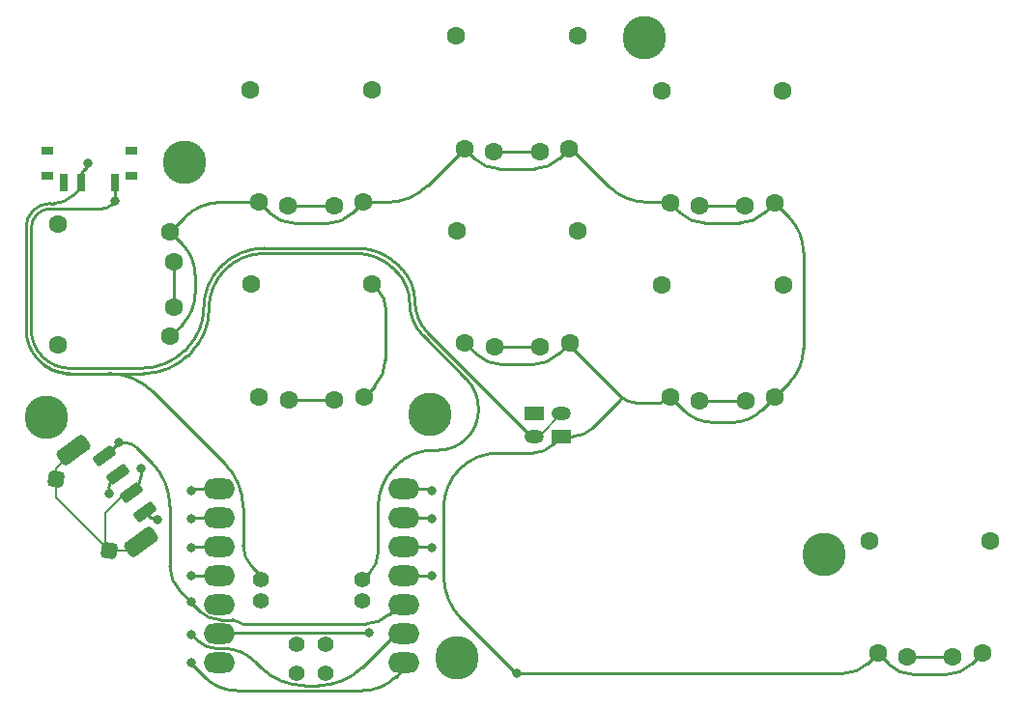
<source format=gbr>
%TF.GenerationSoftware,KiCad,Pcbnew,8.0.2*%
%TF.CreationDate,2024-07-15T13:11:32-05:00*%
%TF.ProjectId,bonsai,626f6e73-6169-42e6-9b69-6361645f7063,v1*%
%TF.SameCoordinates,Original*%
%TF.FileFunction,Copper,L1,Top*%
%TF.FilePolarity,Positive*%
%FSLAX46Y46*%
G04 Gerber Fmt 4.6, Leading zero omitted, Abs format (unit mm)*
G04 Created by KiCad (PCBNEW 8.0.2) date 2024-07-15 13:11:32*
%MOMM*%
%LPD*%
G01*
G04 APERTURE LIST*
G04 Aperture macros list*
%AMRoundRect*
0 Rectangle with rounded corners*
0 $1 Rounding radius*
0 $2 $3 $4 $5 $6 $7 $8 $9 X,Y pos of 4 corners*
0 Add a 4 corners polygon primitive as box body*
4,1,4,$2,$3,$4,$5,$6,$7,$8,$9,$2,$3,0*
0 Add four circle primitives for the rounded corners*
1,1,$1+$1,$2,$3*
1,1,$1+$1,$4,$5*
1,1,$1+$1,$6,$7*
1,1,$1+$1,$8,$9*
0 Add four rect primitives between the rounded corners*
20,1,$1+$1,$2,$3,$4,$5,0*
20,1,$1+$1,$4,$5,$6,$7,0*
20,1,$1+$1,$6,$7,$8,$9,0*
20,1,$1+$1,$8,$9,$2,$3,0*%
G04 Aperture macros list end*
%TA.AperFunction,ComponentPad*%
%ADD10C,1.600000*%
%TD*%
%TA.AperFunction,SMDPad,CuDef*%
%ADD11R,1.000000X0.800000*%
%TD*%
%TA.AperFunction,SMDPad,CuDef*%
%ADD12R,0.700000X1.500000*%
%TD*%
%TA.AperFunction,ComponentPad*%
%ADD13C,3.800000*%
%TD*%
%TA.AperFunction,SMDPad,CuDef*%
%ADD14RoundRect,0.250000X0.752025X0.243841X0.455316X0.646288X-0.752025X-0.243841X-0.455316X-0.646288X0*%
%TD*%
%TA.AperFunction,SMDPad,CuDef*%
%ADD15RoundRect,0.375000X1.128038X0.365761X0.682973X0.969431X-1.128038X-0.365761X-0.682973X-0.969431X0*%
%TD*%
%TA.AperFunction,SMDPad,CuDef*%
%ADD16RoundRect,0.350000X0.398402X0.293727X-0.293727X0.398402X-0.398402X-0.293727X0.293727X-0.398402X0*%
%TD*%
%TA.AperFunction,ComponentPad*%
%ADD17R,1.700000X1.200000*%
%TD*%
%TA.AperFunction,ComponentPad*%
%ADD18O,1.700000X1.200000*%
%TD*%
%TA.AperFunction,SMDPad,CuDef*%
%ADD19O,2.750000X1.800000*%
%TD*%
%TA.AperFunction,ComponentPad*%
%ADD20C,1.397000*%
%TD*%
%TA.AperFunction,ViaPad*%
%ADD21C,0.800000*%
%TD*%
%TA.AperFunction,Conductor*%
%ADD22C,0.200000*%
%TD*%
%TA.AperFunction,Conductor*%
%ADD23C,0.250000*%
%TD*%
G04 APERTURE END LIST*
D10*
%TO.P,REF\u002A\u002A,1*%
%TO.N,K3*%
X38566400Y-49789000D03*
X42566400Y-49789000D03*
%TO.P,REF\u002A\u002A,2*%
%TO.N,GND*%
X35986400Y-49489000D03*
X45146400Y-49489000D03*
%TO.P,REF\u002A\u002A,4*%
X45866400Y-39639000D03*
%TO.P,REF\u002A\u002A,5*%
X35266400Y-39639000D03*
%TD*%
%TO.P,REF\u002A\u002A,1*%
%TO.N,K4*%
X74566400Y-32789000D03*
X78566400Y-32789000D03*
%TO.P,REF\u002A\u002A,2*%
%TO.N,GND*%
X71986400Y-32489000D03*
X81146400Y-32489000D03*
%TO.P,REF\u002A\u002A,4*%
%TO.N,N/C*%
X81866400Y-22639000D03*
%TO.P,REF\u002A\u002A,5*%
X71266400Y-22639000D03*
%TD*%
D11*
%TO.P,REF\u002A\u002A,*%
%TO.N,*%
X24750000Y-30105000D03*
X24750000Y-27895000D03*
X17450000Y-30105000D03*
X17450000Y-27895000D03*
D12*
%TO.P,REF\u002A\u002A,1*%
%TO.N,Bat+*%
X23350000Y-30755000D03*
%TO.P,REF\u002A\u002A,2*%
%TO.N,RAW*%
X20349999Y-30755000D03*
%TO.P,REF\u002A\u002A,3*%
%TO.N,N/C*%
X18850000Y-30755000D03*
%TD*%
D10*
%TO.P,REF\u002A\u002A,1*%
%TO.N,K0*%
X92766400Y-72289000D03*
X96766400Y-72289000D03*
%TO.P,REF\u002A\u002A,2*%
%TO.N,GND*%
X90186400Y-71989000D03*
X99346400Y-71989000D03*
%TO.P,REF\u002A\u002A,4*%
%TO.N,N/C*%
X100066400Y-62139000D03*
%TO.P,REF\u002A\u002A,5*%
X89466400Y-62139000D03*
%TD*%
D13*
%TO.P,REF\u002A\u002A,1*%
%TO.N,N/C*%
X85500000Y-63350000D03*
%TD*%
D14*
%TO.P,REF\u002A\u002A,A*%
%TO.N,F1*%
X25925105Y-59547004D03*
%TO.P,REF\u002A\u002A,B*%
%TO.N,F3*%
X22364591Y-54717641D03*
%TO.P,REF\u002A\u002A,C*%
%TO.N,GND*%
X24738267Y-57937216D03*
D15*
%TO.P,REF\u002A\u002A,MP*%
X25663134Y-62224945D03*
D16*
X22796915Y-62971464D03*
X18168248Y-56693293D03*
D15*
X19728945Y-54176007D03*
D14*
%TO.P,REF\u002A\u002A,S*%
%TO.N,F2*%
X23551429Y-56327429D03*
%TD*%
D13*
%TO.P,REF\u002A\u002A,1*%
%TO.N,N/C*%
X53300000Y-72350000D03*
%TD*%
D10*
%TO.P,REF\u002A\u002A,1*%
%TO.N,K2*%
X56600000Y-45075000D03*
X60600000Y-45075000D03*
%TO.P,REF\u002A\u002A,2*%
%TO.N,GND*%
X54020000Y-44775000D03*
X63180000Y-44775000D03*
%TO.P,REF\u002A\u002A,4*%
%TO.N,N/C*%
X63900000Y-34925000D03*
%TO.P,REF\u002A\u002A,5*%
X53300000Y-34925000D03*
%TD*%
%TO.P,REF\u002A\u002A,1*%
%TO.N,K6*%
X38532800Y-32753000D03*
X42532800Y-32753000D03*
%TO.P,REF\u002A\u002A,2*%
%TO.N,GND*%
X35952800Y-32453000D03*
X45112800Y-32453000D03*
%TO.P,REF\u002A\u002A,4*%
%TO.N,N/C*%
X45832800Y-22603000D03*
%TO.P,REF\u002A\u002A,5*%
X35232800Y-22603000D03*
%TD*%
D13*
%TO.P,,1*%
%TO.N,N/C*%
X50950000Y-51050000D03*
%TD*%
D17*
%TO.P,REF\u002A\u002A,1*%
%TO.N,GND*%
X60066400Y-50989000D03*
D18*
%TO.P,REF\u002A\u002A,2*%
%TO.N,Bat+*%
X60066400Y-52989000D03*
%TD*%
D13*
%TO.P,REF\u002A\u002A,1*%
%TO.N,N/C*%
X29450000Y-28900000D03*
%TD*%
%TO.P,REF\u002A\u002A,1*%
%TO.N,N/C*%
X69700000Y-18050000D03*
%TD*%
%TO.P,REF\u002A\u002A,1*%
%TO.N,N/C*%
X17300000Y-51300000D03*
%TD*%
D10*
%TO.P,REF\u002A\u002A,1*%
%TO.N,K5*%
X56566400Y-28039000D03*
X60566400Y-28039000D03*
%TO.P,REF\u002A\u002A,2*%
%TO.N,GND*%
X53986400Y-27739000D03*
X63146400Y-27739000D03*
%TO.P,REF\u002A\u002A,4*%
%TO.N,N/C*%
X63866400Y-17889000D03*
%TO.P,REF\u002A\u002A,5*%
X53266400Y-17889000D03*
%TD*%
%TO.P,REF\u002A\u002A,1*%
%TO.N,K1*%
X74600000Y-49825000D03*
X78600000Y-49825000D03*
%TO.P,REF\u002A\u002A,2*%
%TO.N,GND*%
X72020000Y-49525000D03*
X81180000Y-49525000D03*
%TO.P,REF\u002A\u002A,4*%
%TO.N,N/C*%
X81900000Y-39675000D03*
%TO.P,REF\u002A\u002A,5*%
X71300000Y-39675000D03*
%TD*%
D19*
%TO.P,U?,1*%
%TO.N,F1*%
X48691400Y-72813000D03*
%TO.P,U?,2*%
%TO.N,F2*%
X48691400Y-70273000D03*
%TO.P,U?,3*%
%TO.N,F3*%
X48691400Y-67733000D03*
%TO.P,U?,4*%
%TO.N,K0*%
X48691400Y-65193000D03*
%TO.P,U?,5*%
%TO.N,K1*%
X48691400Y-62653000D03*
%TO.P,U?,6*%
%TO.N,K2*%
X48691400Y-60113000D03*
%TO.P,U?,7*%
%TO.N,K3*%
X48691400Y-57573000D03*
%TO.P,U?,8*%
%TO.N,K4*%
X32501480Y-57573000D03*
%TO.P,U?,9*%
%TO.N,K5*%
X32501480Y-60113000D03*
%TO.P,U?,10*%
%TO.N,K6*%
X32501480Y-62653000D03*
%TO.P,U?,11*%
%TO.N,K7*%
X32501480Y-65193000D03*
%TO.P,U?,12*%
%TO.N,N/C*%
X32501480Y-67733000D03*
%TO.P,U?,13*%
%TO.N,GND*%
X32501480Y-70273000D03*
%TO.P,U?,14*%
%TO.N,N/C*%
X32501480Y-72813000D03*
D20*
%TO.P,U?,19*%
%TO.N,RAW*%
X45041440Y-65510000D03*
X36151440Y-65510000D03*
%TO.P,U?,20*%
%TO.N,GND*%
X45041440Y-67415000D03*
X36151440Y-67415000D03*
%TD*%
D10*
%TO.P,REF\u002A\u002A,1*%
%TO.N,K7*%
X28466400Y-41639000D03*
X28466400Y-37639000D03*
%TO.P,REF\u002A\u002A,2*%
%TO.N,GND*%
X28166400Y-44219000D03*
X28166400Y-35059000D03*
%TO.P,REF\u002A\u002A,4*%
%TO.N,N/C*%
X18316400Y-34339000D03*
%TO.P,REF\u002A\u002A,5*%
X18316400Y-44939000D03*
%TD*%
D17*
%TO.P,REF\u002A\u002A,1*%
%TO.N,GND*%
X62450000Y-52975000D03*
D18*
%TO.P,REF\u002A\u002A,2*%
%TO.N,Bat+*%
X62450000Y-50975002D03*
%TD*%
D20*
%TO.P,U?,15*%
%TO.N,N/C*%
X39296400Y-73761000D03*
%TO.P,U?,16*%
X41836400Y-73761000D03*
%TO.P,U?,17*%
X39296400Y-71221000D03*
%TO.P,U?,18*%
X41836400Y-71221000D03*
%TD*%
D21*
%TO.N,K5*%
X30066400Y-60189000D03*
%TO.N,GND*%
X25600000Y-55800000D03*
X45566400Y-70189000D03*
X58551047Y-73698953D03*
%TO.N,K6*%
X30066400Y-62689000D03*
%TO.N,K7*%
X30066400Y-65189000D03*
%TO.N,K1*%
X51066400Y-62689000D03*
%TO.N,K0*%
X51066400Y-65189000D03*
%TO.N,K2*%
X51066400Y-60189000D03*
%TO.N,K3*%
X51066400Y-57689000D03*
%TO.N,K4*%
X30066400Y-57689000D03*
%TO.N,Bat+*%
X23350000Y-32350000D03*
%TO.N,RAW*%
X21000000Y-29000000D03*
%TO.N,F1*%
X30000000Y-72800000D03*
X27100000Y-60250000D03*
%TO.N,F2*%
X22800000Y-58000000D03*
X30000000Y-70300000D03*
%TO.N,F3*%
X30000000Y-67500000D03*
X23675000Y-53525000D03*
%TD*%
D22*
%TO.N,GND*%
X22521088Y-59653692D02*
X24237564Y-57937216D01*
X22521088Y-62695637D02*
X22521088Y-59653692D01*
X24237564Y-57937216D02*
X24738267Y-57937216D01*
X22796915Y-62971464D02*
X22521088Y-62695637D01*
X22796915Y-62971464D02*
X24916615Y-62971464D01*
X24916615Y-62971464D02*
X25663134Y-62224945D01*
X18168248Y-58342797D02*
X22796915Y-62971464D01*
X18168248Y-56693293D02*
X18168248Y-58342797D01*
X18168248Y-56693293D02*
X18168248Y-55736704D01*
X18168248Y-55736704D02*
X19728945Y-54176007D01*
D23*
%TO.N,K5*%
X30096400Y-60159000D02*
X30066400Y-60189000D01*
X56566400Y-28039000D02*
X60566400Y-28039000D01*
X30168826Y-60129000D02*
X32026480Y-60129000D01*
X30096400Y-60159000D02*
G75*
G02*
X30168826Y-60129011I72400J-72400D01*
G01*
%TO.N,GND*%
X47041400Y-41644850D02*
X47041400Y-46254032D01*
X35952800Y-32453000D02*
X36876300Y-33376500D01*
X59936497Y-46675000D02*
X57263502Y-46675000D01*
X78140184Y-34250000D02*
X74992615Y-34250000D01*
X77381687Y-51750000D02*
X75818312Y-51750000D01*
X54866900Y-28619500D02*
X53986400Y-27739000D01*
X62230000Y-45725000D02*
X63108405Y-44846594D01*
X58638189Y-73750000D02*
X87180184Y-73750000D01*
X71209124Y-50000000D02*
X68892812Y-50000000D01*
X45112800Y-32453000D02*
X47192600Y-32453000D01*
X29469400Y-33756000D02*
X28166400Y-35059000D01*
X69977050Y-32439000D02*
X71901044Y-32439000D01*
X67714375Y-49511875D02*
X67226250Y-49023750D01*
X62450000Y-52975000D02*
X63465000Y-52975000D01*
X63085836Y-27799563D02*
X62265900Y-28619500D01*
X82410700Y-33753300D02*
X81146400Y-32489000D01*
X52150000Y-59204898D02*
X52150000Y-65171036D01*
X71986400Y-32489000D02*
X72036400Y-32539000D01*
X56992615Y-29500000D02*
X60140184Y-29500000D01*
X71986400Y-32489000D02*
X71961400Y-32464000D01*
X58551047Y-73698953D02*
X58576570Y-73724476D01*
X46453900Y-40226500D02*
X45866400Y-39639000D01*
X25169133Y-57506349D02*
X24738267Y-57937216D01*
X46093900Y-48541500D02*
X45146400Y-49489000D01*
X45566400Y-70189000D02*
X45559400Y-70182000D01*
X81180000Y-49525000D02*
X82427500Y-48277500D01*
X65197713Y-52257286D02*
X67655905Y-49799094D01*
X32075480Y-70224000D02*
X32026480Y-70273000D01*
X53986400Y-27739000D02*
X50743040Y-30982359D01*
X98415900Y-72919500D02*
X99346400Y-71989000D01*
X63251594Y-45049094D02*
X67655905Y-49453405D01*
X28166400Y-35059000D02*
X29258200Y-36150800D01*
X45542500Y-70175000D02*
X32193776Y-70175000D01*
X73132500Y-50637500D02*
X72257500Y-49762500D01*
X58487500Y-73698953D02*
X58551047Y-73698953D01*
X30350000Y-40491361D02*
X30350000Y-38786638D01*
X32026480Y-70289000D02*
X32475480Y-69840000D01*
X83675000Y-45265768D02*
X83675000Y-36805590D01*
X66632230Y-31053530D02*
X63378263Y-27799563D01*
X53743792Y-69018792D02*
X58379018Y-73654018D01*
X72036400Y-32539000D02*
X72866900Y-33369500D01*
X45112800Y-32453000D02*
X44189300Y-33376500D01*
X25600000Y-55800000D02*
X25600000Y-56466145D01*
X62450000Y-52975000D02*
X61725000Y-53700000D01*
X80265900Y-33369500D02*
X81146400Y-32489000D01*
X41959773Y-34300000D02*
X39105826Y-34300000D01*
X54970000Y-45725000D02*
X54020000Y-44775000D01*
X96169474Y-73850000D02*
X93363325Y-73850000D01*
X81180000Y-49525000D02*
X80067500Y-50637500D01*
X91116900Y-72919500D02*
X90186400Y-71989000D01*
X29258200Y-43127200D02*
X28166400Y-44219000D01*
X89305900Y-72869500D02*
X90186400Y-71989000D01*
X56929898Y-54425000D02*
X59974695Y-54425000D01*
X32615120Y-32453000D02*
X35952800Y-32453000D01*
X63108405Y-44846594D02*
G75*
G02*
X63180103Y-44876250I29695J-29706D01*
G01*
X74992615Y-34250000D02*
G75*
G02*
X72866896Y-33369504I-15J3006200D01*
G01*
X53743792Y-69018792D02*
G75*
G02*
X52149989Y-65171036I3847808J3847792D01*
G01*
X91116900Y-72919500D02*
G75*
G03*
X93363325Y-73849989I2246400J2246400D01*
G01*
X71782500Y-49762500D02*
G75*
G02*
X72257500Y-49762500I237500J-237499D01*
G01*
X58487500Y-73698953D02*
G75*
G02*
X58379010Y-73654026I0J153453D01*
G01*
X73132500Y-50637500D02*
G75*
G03*
X75818312Y-51749995I2685800J2685800D01*
G01*
X47192600Y-32453000D02*
G75*
G03*
X50743044Y-30982363I0J5021100D01*
G01*
X67727500Y-49626250D02*
G75*
G02*
X67655872Y-49799061I-244400J50D01*
G01*
X65197713Y-52257286D02*
G75*
G02*
X63465000Y-52975007I-1732713J1732686D01*
G01*
X82410700Y-33753300D02*
G75*
G02*
X83675004Y-36805590I-3052300J-3052300D01*
G01*
X67655905Y-49453405D02*
G75*
G02*
X67727547Y-49626250I-172805J-172895D01*
G01*
X58638189Y-73750000D02*
G75*
G02*
X58576584Y-73724462I11J87100D01*
G01*
X59936497Y-46675000D02*
G75*
G03*
X62230001Y-45725001I3J3243500D01*
G01*
X56992615Y-29500000D02*
G75*
G02*
X54866896Y-28619504I-15J3006200D01*
G01*
X71901044Y-32439000D02*
G75*
G02*
X71961387Y-32464013I-44J-85400D01*
G01*
X83675000Y-45265768D02*
G75*
G02*
X82427509Y-48277509I-4259200J-32D01*
G01*
X77381687Y-51750000D02*
G75*
G03*
X80067504Y-50637504I13J3798300D01*
G01*
X71782500Y-49762500D02*
G75*
G02*
X71209124Y-50000010I-573400J573400D01*
G01*
X96169474Y-73850000D02*
G75*
G03*
X98415908Y-72919508I26J3176900D01*
G01*
X53550000Y-55825000D02*
G75*
G02*
X56929898Y-54425000I3379900J-3379900D01*
G01*
X41959773Y-34300000D02*
G75*
G03*
X44189308Y-33376508I27J3153000D01*
G01*
X32193776Y-70175000D02*
G75*
G03*
X32075491Y-70224011I24J-167300D01*
G01*
X29469400Y-33756000D02*
G75*
G02*
X32615120Y-32453008I3145700J-3145700D01*
G01*
X89305900Y-72869500D02*
G75*
G02*
X87180184Y-73749994I-2125700J2125700D01*
G01*
X46093900Y-48541500D02*
G75*
G03*
X47041414Y-46254032I-2287500J2287500D01*
G01*
X78140184Y-34250000D02*
G75*
G03*
X80265904Y-33369504I16J3006200D01*
G01*
X63251594Y-45049094D02*
G75*
G02*
X63180024Y-44876250I172806J172794D01*
G01*
X63232050Y-27739000D02*
G75*
G03*
X63085807Y-27799534I-50J-206800D01*
G01*
X45542500Y-70175000D02*
G75*
G02*
X45559400Y-70182000I0J-23900D01*
G01*
X47041400Y-41644850D02*
G75*
G03*
X46453885Y-40226515I-2005900J-50D01*
G01*
X67714375Y-49511875D02*
G75*
G03*
X68892812Y-49999980I1178425J1178475D01*
G01*
X30350000Y-40491361D02*
G75*
G02*
X29258202Y-43127202I-3727650J1D01*
G01*
X60140184Y-29500000D02*
G75*
G03*
X62265904Y-28619504I16J3006200D01*
G01*
X39105826Y-34300000D02*
G75*
G02*
X36876292Y-33376508I-26J3153000D01*
G01*
X53550000Y-55825000D02*
G75*
G03*
X52150000Y-59204898I3379900J-3379900D01*
G01*
X30350000Y-38786638D02*
G75*
G03*
X29258200Y-36150800I-3727640J-2D01*
G01*
X25600000Y-56466145D02*
G75*
G02*
X25169117Y-57506333I-1471100J45D01*
G01*
X61725000Y-53700000D02*
G75*
G02*
X59974695Y-54424998I-1750300J1750300D01*
G01*
X54970000Y-45725000D02*
G75*
G03*
X57263502Y-46674999I2293500J2293500D01*
G01*
X66632230Y-31053530D02*
G75*
G03*
X69977050Y-32438962I3344770J3344830D01*
G01*
X63232050Y-27739000D02*
G75*
G02*
X63378293Y-27799533I50J-206800D01*
G01*
%TO.N,K6*%
X38532800Y-32753000D02*
X42532800Y-32753000D01*
X30100542Y-62669000D02*
X32026480Y-62669000D01*
X30076400Y-62679000D02*
X30066400Y-62689000D01*
X30076400Y-62679000D02*
G75*
G02*
X30100542Y-62669017I24100J-24100D01*
G01*
%TO.N,K7*%
X30100542Y-65209000D02*
X32026480Y-65209000D01*
X30076400Y-65199000D02*
X30066400Y-65189000D01*
X28466400Y-37639000D02*
X28466400Y-41639000D01*
X30076400Y-65199000D02*
G75*
G03*
X30100542Y-65208983I24100J24100D01*
G01*
%TO.N,K1*%
X74600000Y-49825000D02*
X78600000Y-49825000D01*
X51032257Y-62669000D02*
X49166400Y-62669000D01*
X51056400Y-62679000D02*
X51066400Y-62689000D01*
X51032257Y-62669000D02*
G75*
G02*
X51056412Y-62678988I43J-34100D01*
G01*
%TO.N,K0*%
X92766400Y-72289000D02*
X96766400Y-72289000D01*
X51056400Y-65199000D02*
X51066400Y-65189000D01*
X51032257Y-65209000D02*
X49166400Y-65209000D01*
X51032257Y-65209000D02*
G75*
G03*
X51056412Y-65199012I43J34100D01*
G01*
%TO.N,K2*%
X50963973Y-60129000D02*
X49166400Y-60129000D01*
X51036400Y-60159000D02*
X51066400Y-60189000D01*
X56600000Y-45075000D02*
X60600000Y-45075000D01*
X50963973Y-60129000D02*
G75*
G02*
X51036408Y-60158992I27J-102400D01*
G01*
%TO.N,K3*%
X38566400Y-49789000D02*
X42566400Y-49789000D01*
X51066400Y-57689000D02*
X51016400Y-57639000D01*
X50895689Y-57589000D02*
X49166400Y-57589000D01*
X51016400Y-57639000D02*
G75*
G03*
X50895689Y-57589004I-120700J-120700D01*
G01*
%TO.N,K4*%
X74566400Y-32789000D02*
X78566400Y-32789000D01*
X30066400Y-57689000D02*
X30116400Y-57639000D01*
X30237110Y-57589000D02*
X32026480Y-57589000D01*
X30116400Y-57639000D02*
G75*
G02*
X30237110Y-57589004I120700J-120700D01*
G01*
D22*
%TO.N,Bat+*%
X60215650Y-52989000D02*
X60251201Y-52989000D01*
D23*
X32675000Y-38025000D02*
X32609924Y-38090075D01*
X16000000Y-43585786D02*
X16000000Y-34707106D01*
X36417031Y-36475000D02*
X44589034Y-36475000D01*
X25646036Y-47000000D02*
X19414213Y-47000000D01*
D22*
X59952700Y-52989000D02*
X60144549Y-52989000D01*
X60566676Y-52858325D02*
X62450000Y-50975002D01*
D23*
X29640075Y-45259923D02*
X29493792Y-45406207D01*
D22*
X60215650Y-52989000D02*
X60144549Y-52989000D01*
D23*
X48150000Y-37950000D02*
X48440596Y-38240596D01*
X17707106Y-33000000D02*
X22240380Y-33000000D01*
X23350000Y-32350000D02*
X23350000Y-30755000D01*
X50809403Y-43959403D02*
X59758601Y-52908601D01*
X23350000Y-32350000D02*
X23025000Y-32675000D01*
X44589034Y-36475000D02*
G75*
G02*
X48149990Y-37950010I-34J-5036000D01*
G01*
X17000000Y-46000000D02*
G75*
G03*
X19414213Y-46999994I2414200J2414200D01*
G01*
X17000000Y-46000000D02*
G75*
G02*
X16000006Y-43585786I2414200J2414200D01*
G01*
X31125000Y-41675000D02*
G75*
G02*
X32609935Y-38090086I5069800J0D01*
G01*
X22240380Y-33000000D02*
G75*
G03*
X23025006Y-32675006I20J1109600D01*
G01*
D22*
X60251201Y-52989000D02*
G75*
G03*
X60566687Y-52858336I-1J446200D01*
G01*
D23*
X31125000Y-41675000D02*
G75*
G02*
X29640087Y-45259935I-5069900J0D01*
G01*
X36417031Y-36475000D02*
G75*
G03*
X32674991Y-38024991I-31J-5292000D01*
G01*
X16500000Y-33500000D02*
G75*
G03*
X16000003Y-34707106I1207100J-1207100D01*
G01*
X49625000Y-41100000D02*
G75*
G03*
X48440594Y-38240598I-4043800J0D01*
G01*
X17707106Y-33000000D02*
G75*
G03*
X16499998Y-33499998I-6J-1707100D01*
G01*
X59952700Y-52989000D02*
G75*
G02*
X59758600Y-52908602I0J274500D01*
G01*
X50809403Y-43959403D02*
G75*
G02*
X49624998Y-41100000I2859397J2859403D01*
G01*
X25646036Y-47000000D02*
G75*
G03*
X29493785Y-45406200I-36J5441600D01*
G01*
%TO.N,RAW*%
X26643792Y-49043792D02*
X32981207Y-55381207D01*
X20652286Y-29597712D02*
X20911611Y-29338388D01*
X35348200Y-64390840D02*
X36121400Y-65164040D01*
X20349999Y-30327500D02*
X20349999Y-30441250D01*
X48013083Y-38513083D02*
X47800000Y-38300000D01*
X54097947Y-47884343D02*
X50336916Y-44123312D01*
X20208577Y-31296421D02*
X19652499Y-31852500D01*
X20349999Y-30955000D02*
X20349999Y-30668750D01*
X20349999Y-30441250D02*
X20349999Y-30668750D01*
X17968585Y-32550000D02*
X17641205Y-32550000D01*
X51226735Y-54175000D02*
X51663678Y-54175000D01*
X45720720Y-64826720D02*
X45041440Y-65506000D01*
X46400000Y-63186793D02*
X46400000Y-59168287D01*
X30067587Y-45532411D02*
X29743792Y-45856207D01*
X47980269Y-55519730D02*
X47862500Y-55637500D01*
X19414213Y-47450000D02*
X22796036Y-47450000D01*
X15550000Y-43585786D02*
X15550000Y-34641205D01*
X31575000Y-41767030D02*
X31575000Y-41893198D01*
X55200000Y-50544933D02*
X55200000Y-50638678D01*
X34575000Y-59228963D02*
X34575000Y-62524170D01*
X18985176Y-47450000D02*
X25896036Y-47450000D01*
X36417030Y-36925000D02*
X44480456Y-36925000D01*
X21000000Y-29000000D02*
X21000000Y-29125000D01*
X49175000Y-41318198D02*
G75*
G03*
X48013076Y-38513090I-3967000J-2D01*
G01*
X36417030Y-36925000D02*
G75*
G03*
X32993189Y-38343189I-30J-4842000D01*
G01*
X47980269Y-55519730D02*
G75*
G02*
X51226735Y-54175026I3246431J-3246470D01*
G01*
X15550000Y-43585786D02*
G75*
G03*
X16681798Y-46318202I3864200J-14D01*
G01*
X26643792Y-49043792D02*
G75*
G03*
X22796036Y-47450003I-3847752J-3847758D01*
G01*
X25896036Y-47450000D02*
G75*
G03*
X29743785Y-45856200I-36J5441600D01*
G01*
X18985176Y-47450000D02*
G75*
G02*
X16681801Y-46318199I245984J3410360D01*
G01*
X17968585Y-32550000D02*
G75*
G03*
X19652504Y-31852505I15J2381400D01*
G01*
X55200000Y-50638678D02*
G75*
G02*
X54164242Y-53139242I-3536300J-22D01*
G01*
X47862500Y-55637500D02*
G75*
G03*
X46399995Y-59168287I3530800J-3530800D01*
G01*
X50336916Y-44123312D02*
G75*
G02*
X49174992Y-41318198I2805084J2805112D01*
G01*
X31575000Y-41767030D02*
G75*
G02*
X32993200Y-38343200I4842020J0D01*
G01*
X20911611Y-29338388D02*
G75*
G03*
X20999992Y-29125000I-213411J213388D01*
G01*
X17641205Y-32550000D02*
G75*
G03*
X16162498Y-33162498I-5J-2091200D01*
G01*
X20652286Y-29597712D02*
G75*
G03*
X20350006Y-30327500I729814J-729788D01*
G01*
X18985176Y-47450000D02*
X19414213Y-47450000D01*
X16162500Y-33162500D02*
G75*
G03*
X15550002Y-34641205I1478700J-1478700D01*
G01*
X51663678Y-54175000D02*
G75*
G03*
X54164242Y-53139242I22J3536300D01*
G01*
X46400000Y-63186793D02*
G75*
G02*
X45720722Y-64826722I-2319200J-7D01*
G01*
X54097947Y-47884343D02*
G75*
G02*
X55199989Y-50544933I-2660547J-2660557D01*
G01*
X35348200Y-64390840D02*
G75*
G02*
X34575030Y-62524170I1866700J1866640D01*
G01*
X30067587Y-45532411D02*
G75*
G03*
X31575005Y-41893198I-3639187J3639211D01*
G01*
X20349999Y-30955000D02*
G75*
G02*
X20208589Y-31296433I-482899J0D01*
G01*
X32981207Y-55381207D02*
G75*
G02*
X34575011Y-59228963I-3847807J-3847793D01*
G01*
X19414213Y-47450000D02*
G75*
G02*
X16681798Y-46318202I-13J3864200D01*
G01*
X47800000Y-38300000D02*
G75*
G03*
X44480456Y-36925018I-3319500J-3319500D01*
G01*
%TO.N,F1*%
X26461259Y-60083158D02*
X25925105Y-59547004D01*
X30000000Y-72800000D02*
X30000000Y-72837500D01*
X47953650Y-74041750D02*
X49166400Y-72829000D01*
X30026516Y-72901516D02*
X31189750Y-74064750D01*
X45025812Y-75254500D02*
X34062060Y-75254500D01*
X27100000Y-60250000D02*
X26864050Y-60250000D01*
X31189750Y-74064750D02*
G75*
G03*
X34062060Y-75254516I2872350J2872350D01*
G01*
X26864050Y-60250000D02*
G75*
G02*
X26461290Y-60083127I50J569600D01*
G01*
X30026516Y-72901516D02*
G75*
G02*
X29999990Y-72837500I63984J64016D01*
G01*
X47953650Y-74041750D02*
G75*
G02*
X45025812Y-75254505I-2927850J2927850D01*
G01*
%TO.N,F2*%
X22800000Y-58000000D02*
X22800000Y-57539429D01*
X30680000Y-70930000D02*
X30067677Y-70317677D01*
X23125672Y-56753185D02*
X23551429Y-56327429D01*
X47500987Y-70724012D02*
X45014292Y-73210707D01*
X48551200Y-70289000D02*
X49166400Y-70289000D01*
X39958463Y-74804500D02*
X41166536Y-74804500D01*
X35573693Y-72673693D02*
X36110707Y-73210707D01*
X32200954Y-71560000D02*
X32885000Y-71560000D01*
X30000000Y-70300000D02*
X30025000Y-70300000D01*
X23125672Y-56753185D02*
G75*
G03*
X22800015Y-57539429I786228J-786215D01*
G01*
X35573693Y-72673693D02*
G75*
G03*
X32885000Y-71560004I-2688693J-2688707D01*
G01*
X30025000Y-70300000D02*
G75*
G02*
X30067686Y-70317668I0J-60400D01*
G01*
X47500987Y-70724012D02*
G75*
G02*
X48551200Y-70288992I1050213J-1050188D01*
G01*
X39958463Y-74804500D02*
G75*
G02*
X36110715Y-73210699I37J5441600D01*
G01*
X30680000Y-70930000D02*
G75*
G03*
X32200954Y-71560019I1521000J1521000D01*
G01*
X41166536Y-74804500D02*
G75*
G03*
X45014285Y-73210700I-36J5441600D01*
G01*
%TO.N,F3*%
X28150000Y-59103963D02*
X28150000Y-64341852D01*
X23675000Y-53525000D02*
X24250000Y-53525000D01*
X23675000Y-53525000D02*
X22523996Y-54676003D01*
X30000000Y-67500000D02*
X30000000Y-67512500D01*
X48668700Y-67749000D02*
X49166400Y-67749000D01*
X25231586Y-53931586D02*
X26556207Y-55256207D01*
X22423475Y-54717641D02*
X22364591Y-54717641D01*
X47345500Y-68574500D02*
X47819072Y-68100927D01*
X30008838Y-67533838D02*
X30761500Y-68286500D01*
X32599923Y-69048000D02*
X33674098Y-69048000D01*
X30000000Y-67500000D02*
X29075000Y-66575000D01*
X45352566Y-69400000D02*
X34523901Y-69400000D01*
X29075000Y-66575000D02*
G75*
G02*
X28150020Y-64341852I2233100J2233100D01*
G01*
X34099000Y-69224000D02*
G75*
G03*
X33674098Y-69048001I-424900J-424900D01*
G01*
X34099000Y-69224000D02*
G75*
G03*
X34523901Y-69399999I424900J424900D01*
G01*
X47345500Y-68574500D02*
G75*
G02*
X45352566Y-69399986I-1992900J1992900D01*
G01*
X28150000Y-59103963D02*
G75*
G03*
X26556204Y-55256210I-5441550J-7D01*
G01*
X32599923Y-69048000D02*
G75*
G02*
X30761493Y-68286507I-23J2599900D01*
G01*
X30008838Y-67533838D02*
G75*
G02*
X30000007Y-67512500I21362J21338D01*
G01*
X25231586Y-53931586D02*
G75*
G03*
X24250000Y-53525008I-981586J-981614D01*
G01*
X22523996Y-54676003D02*
G75*
G02*
X22423475Y-54717628I-100496J100503D01*
G01*
X48668700Y-67749000D02*
G75*
G03*
X47819084Y-68100939I0J-1201500D01*
G01*
%TD*%
M02*

</source>
